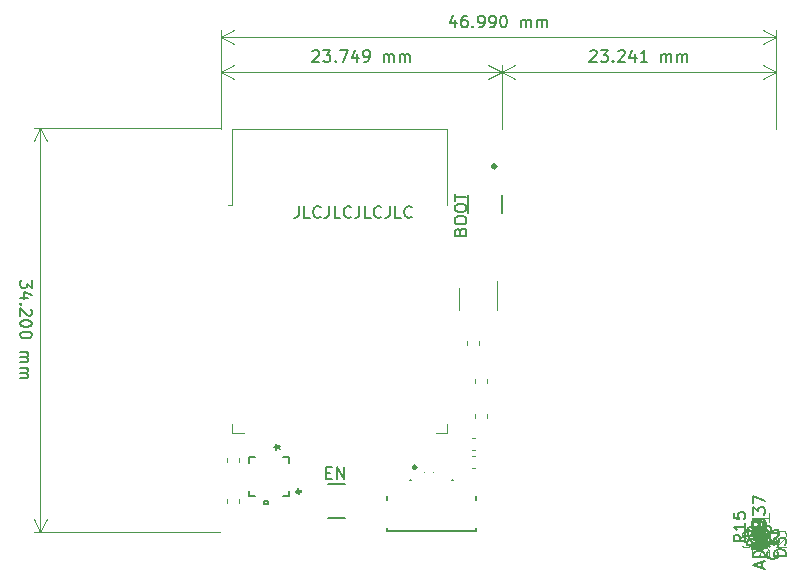
<source format=gbr>
G04 #@! TF.GenerationSoftware,KiCad,Pcbnew,(5.1.7)-1*
G04 #@! TF.CreationDate,2021-01-26T15:50:25-05:00*
G04 #@! TF.ProjectId,SmartWatch V5,536d6172-7457-4617-9463-682056352e6b,rev?*
G04 #@! TF.SameCoordinates,Original*
G04 #@! TF.FileFunction,Legend,Top*
G04 #@! TF.FilePolarity,Positive*
%FSLAX46Y46*%
G04 Gerber Fmt 4.6, Leading zero omitted, Abs format (unit mm)*
G04 Created by KiCad (PCBNEW (5.1.7)-1) date 2021-01-26 15:50:25*
%MOMM*%
%LPD*%
G01*
G04 APERTURE LIST*
%ADD10C,0.150000*%
%ADD11C,0.120000*%
%ADD12C,0.152400*%
%ADD13C,0.300000*%
%ADD14C,0.127000*%
%ADD15C,0.100000*%
%ADD16C,0.015000*%
G04 APERTURE END LIST*
D10*
X88630642Y-59110620D02*
X88678261Y-59063001D01*
X88773500Y-59015381D01*
X89011595Y-59015381D01*
X89106833Y-59063001D01*
X89154452Y-59110620D01*
X89202071Y-59205858D01*
X89202071Y-59301096D01*
X89154452Y-59443953D01*
X88583023Y-60015381D01*
X89202071Y-60015381D01*
X89535404Y-59015381D02*
X90154452Y-59015381D01*
X89821119Y-59396334D01*
X89963976Y-59396334D01*
X90059214Y-59443953D01*
X90106833Y-59491572D01*
X90154452Y-59586810D01*
X90154452Y-59824905D01*
X90106833Y-59920143D01*
X90059214Y-59967762D01*
X89963976Y-60015381D01*
X89678261Y-60015381D01*
X89583023Y-59967762D01*
X89535404Y-59920143D01*
X90583023Y-59920143D02*
X90630642Y-59967762D01*
X90583023Y-60015381D01*
X90535404Y-59967762D01*
X90583023Y-59920143D01*
X90583023Y-60015381D01*
X90963976Y-59015381D02*
X91630642Y-59015381D01*
X91202071Y-60015381D01*
X92440166Y-59348715D02*
X92440166Y-60015381D01*
X92202071Y-58967762D02*
X91963976Y-59682048D01*
X92583023Y-59682048D01*
X93011595Y-60015381D02*
X93202071Y-60015381D01*
X93297309Y-59967762D01*
X93344928Y-59920143D01*
X93440166Y-59777286D01*
X93487785Y-59586810D01*
X93487785Y-59205858D01*
X93440166Y-59110620D01*
X93392547Y-59063001D01*
X93297309Y-59015381D01*
X93106833Y-59015381D01*
X93011595Y-59063001D01*
X92963976Y-59110620D01*
X92916357Y-59205858D01*
X92916357Y-59443953D01*
X92963976Y-59539191D01*
X93011595Y-59586810D01*
X93106833Y-59634429D01*
X93297309Y-59634429D01*
X93392547Y-59586810D01*
X93440166Y-59539191D01*
X93487785Y-59443953D01*
X94678261Y-60015381D02*
X94678261Y-59348715D01*
X94678261Y-59443953D02*
X94725880Y-59396334D01*
X94821119Y-59348715D01*
X94963976Y-59348715D01*
X95059214Y-59396334D01*
X95106833Y-59491572D01*
X95106833Y-60015381D01*
X95106833Y-59491572D02*
X95154452Y-59396334D01*
X95249690Y-59348715D01*
X95392547Y-59348715D01*
X95487785Y-59396334D01*
X95535404Y-59491572D01*
X95535404Y-60015381D01*
X96011595Y-60015381D02*
X96011595Y-59348715D01*
X96011595Y-59443953D02*
X96059214Y-59396334D01*
X96154452Y-59348715D01*
X96297309Y-59348715D01*
X96392547Y-59396334D01*
X96440166Y-59491572D01*
X96440166Y-60015381D01*
X96440166Y-59491572D02*
X96487785Y-59396334D01*
X96583023Y-59348715D01*
X96725880Y-59348715D01*
X96821119Y-59396334D01*
X96868738Y-59491572D01*
X96868738Y-60015381D01*
D11*
X104648000Y-60833001D02*
X80899000Y-60833001D01*
X104648000Y-65659000D02*
X104648000Y-60246580D01*
X80899000Y-65659000D02*
X80899000Y-60246580D01*
X80899000Y-60833001D02*
X82025504Y-60246580D01*
X80899000Y-60833001D02*
X82025504Y-61419422D01*
X104648000Y-60833001D02*
X103521496Y-60246580D01*
X104648000Y-60833001D02*
X103521496Y-61419422D01*
D10*
X112125642Y-59110620D02*
X112173261Y-59063001D01*
X112268500Y-59015381D01*
X112506595Y-59015381D01*
X112601833Y-59063001D01*
X112649452Y-59110620D01*
X112697071Y-59205858D01*
X112697071Y-59301096D01*
X112649452Y-59443953D01*
X112078023Y-60015381D01*
X112697071Y-60015381D01*
X113030404Y-59015381D02*
X113649452Y-59015381D01*
X113316119Y-59396334D01*
X113458976Y-59396334D01*
X113554214Y-59443953D01*
X113601833Y-59491572D01*
X113649452Y-59586810D01*
X113649452Y-59824905D01*
X113601833Y-59920143D01*
X113554214Y-59967762D01*
X113458976Y-60015381D01*
X113173261Y-60015381D01*
X113078023Y-59967762D01*
X113030404Y-59920143D01*
X114078023Y-59920143D02*
X114125642Y-59967762D01*
X114078023Y-60015381D01*
X114030404Y-59967762D01*
X114078023Y-59920143D01*
X114078023Y-60015381D01*
X114506595Y-59110620D02*
X114554214Y-59063001D01*
X114649452Y-59015381D01*
X114887547Y-59015381D01*
X114982785Y-59063001D01*
X115030404Y-59110620D01*
X115078023Y-59205858D01*
X115078023Y-59301096D01*
X115030404Y-59443953D01*
X114458976Y-60015381D01*
X115078023Y-60015381D01*
X115935166Y-59348715D02*
X115935166Y-60015381D01*
X115697071Y-58967762D02*
X115458976Y-59682048D01*
X116078023Y-59682048D01*
X116982785Y-60015381D02*
X116411357Y-60015381D01*
X116697071Y-60015381D02*
X116697071Y-59015381D01*
X116601833Y-59158239D01*
X116506595Y-59253477D01*
X116411357Y-59301096D01*
X118173261Y-60015381D02*
X118173261Y-59348715D01*
X118173261Y-59443953D02*
X118220880Y-59396334D01*
X118316119Y-59348715D01*
X118458976Y-59348715D01*
X118554214Y-59396334D01*
X118601833Y-59491572D01*
X118601833Y-60015381D01*
X118601833Y-59491572D02*
X118649452Y-59396334D01*
X118744690Y-59348715D01*
X118887547Y-59348715D01*
X118982785Y-59396334D01*
X119030404Y-59491572D01*
X119030404Y-60015381D01*
X119506595Y-60015381D02*
X119506595Y-59348715D01*
X119506595Y-59443953D02*
X119554214Y-59396334D01*
X119649452Y-59348715D01*
X119792309Y-59348715D01*
X119887547Y-59396334D01*
X119935166Y-59491572D01*
X119935166Y-60015381D01*
X119935166Y-59491572D02*
X119982785Y-59396334D01*
X120078023Y-59348715D01*
X120220880Y-59348715D01*
X120316119Y-59396334D01*
X120363738Y-59491572D01*
X120363738Y-60015381D01*
D11*
X127889000Y-60833001D02*
X104648000Y-60833001D01*
X127889000Y-65659000D02*
X127889000Y-60246580D01*
X104648000Y-65659000D02*
X104648000Y-60246580D01*
X104648000Y-60833001D02*
X105774504Y-60246580D01*
X104648000Y-60833001D02*
X105774504Y-61419422D01*
X127889000Y-60833001D02*
X126762496Y-60246580D01*
X127889000Y-60833001D02*
X126762496Y-61419422D01*
D10*
X87455952Y-72223380D02*
X87455952Y-72937666D01*
X87408333Y-73080523D01*
X87313095Y-73175761D01*
X87170238Y-73223380D01*
X87075000Y-73223380D01*
X88408333Y-73223380D02*
X87932142Y-73223380D01*
X87932142Y-72223380D01*
X89313095Y-73128142D02*
X89265476Y-73175761D01*
X89122619Y-73223380D01*
X89027380Y-73223380D01*
X88884523Y-73175761D01*
X88789285Y-73080523D01*
X88741666Y-72985285D01*
X88694047Y-72794809D01*
X88694047Y-72651952D01*
X88741666Y-72461476D01*
X88789285Y-72366238D01*
X88884523Y-72271000D01*
X89027380Y-72223380D01*
X89122619Y-72223380D01*
X89265476Y-72271000D01*
X89313095Y-72318619D01*
X90027380Y-72223380D02*
X90027380Y-72937666D01*
X89979761Y-73080523D01*
X89884523Y-73175761D01*
X89741666Y-73223380D01*
X89646428Y-73223380D01*
X90979761Y-73223380D02*
X90503571Y-73223380D01*
X90503571Y-72223380D01*
X91884523Y-73128142D02*
X91836904Y-73175761D01*
X91694047Y-73223380D01*
X91598809Y-73223380D01*
X91455952Y-73175761D01*
X91360714Y-73080523D01*
X91313095Y-72985285D01*
X91265476Y-72794809D01*
X91265476Y-72651952D01*
X91313095Y-72461476D01*
X91360714Y-72366238D01*
X91455952Y-72271000D01*
X91598809Y-72223380D01*
X91694047Y-72223380D01*
X91836904Y-72271000D01*
X91884523Y-72318619D01*
X92598809Y-72223380D02*
X92598809Y-72937666D01*
X92551190Y-73080523D01*
X92455952Y-73175761D01*
X92313095Y-73223380D01*
X92217857Y-73223380D01*
X93551190Y-73223380D02*
X93075000Y-73223380D01*
X93075000Y-72223380D01*
X94455952Y-73128142D02*
X94408333Y-73175761D01*
X94265476Y-73223380D01*
X94170238Y-73223380D01*
X94027380Y-73175761D01*
X93932142Y-73080523D01*
X93884523Y-72985285D01*
X93836904Y-72794809D01*
X93836904Y-72651952D01*
X93884523Y-72461476D01*
X93932142Y-72366238D01*
X94027380Y-72271000D01*
X94170238Y-72223380D01*
X94265476Y-72223380D01*
X94408333Y-72271000D01*
X94455952Y-72318619D01*
X95170238Y-72223380D02*
X95170238Y-72937666D01*
X95122619Y-73080523D01*
X95027380Y-73175761D01*
X94884523Y-73223380D01*
X94789285Y-73223380D01*
X96122619Y-73223380D02*
X95646428Y-73223380D01*
X95646428Y-72223380D01*
X97027380Y-73128142D02*
X96979761Y-73175761D01*
X96836904Y-73223380D01*
X96741666Y-73223380D01*
X96598809Y-73175761D01*
X96503571Y-73080523D01*
X96455952Y-72985285D01*
X96408333Y-72794809D01*
X96408333Y-72651952D01*
X96455952Y-72461476D01*
X96503571Y-72366238D01*
X96598809Y-72271000D01*
X96741666Y-72223380D01*
X96836904Y-72223380D01*
X96979761Y-72271000D01*
X97027380Y-72318619D01*
X101147571Y-74382142D02*
X101195190Y-74239285D01*
X101242809Y-74191666D01*
X101338047Y-74144047D01*
X101480904Y-74144047D01*
X101576142Y-74191666D01*
X101623761Y-74239285D01*
X101671380Y-74334523D01*
X101671380Y-74715476D01*
X100671380Y-74715476D01*
X100671380Y-74382142D01*
X100719000Y-74286904D01*
X100766619Y-74239285D01*
X100861857Y-74191666D01*
X100957095Y-74191666D01*
X101052333Y-74239285D01*
X101099952Y-74286904D01*
X101147571Y-74382142D01*
X101147571Y-74715476D01*
X100671380Y-73525000D02*
X100671380Y-73334523D01*
X100719000Y-73239285D01*
X100814238Y-73144047D01*
X101004714Y-73096428D01*
X101338047Y-73096428D01*
X101528523Y-73144047D01*
X101623761Y-73239285D01*
X101671380Y-73334523D01*
X101671380Y-73525000D01*
X101623761Y-73620238D01*
X101528523Y-73715476D01*
X101338047Y-73763095D01*
X101004714Y-73763095D01*
X100814238Y-73715476D01*
X100719000Y-73620238D01*
X100671380Y-73525000D01*
X100671380Y-72477380D02*
X100671380Y-72286904D01*
X100719000Y-72191666D01*
X100814238Y-72096428D01*
X101004714Y-72048809D01*
X101338047Y-72048809D01*
X101528523Y-72096428D01*
X101623761Y-72191666D01*
X101671380Y-72286904D01*
X101671380Y-72477380D01*
X101623761Y-72572619D01*
X101528523Y-72667857D01*
X101338047Y-72715476D01*
X101004714Y-72715476D01*
X100814238Y-72667857D01*
X100719000Y-72572619D01*
X100671380Y-72477380D01*
X100671380Y-71763095D02*
X100671380Y-71191666D01*
X101671380Y-71477380D02*
X100671380Y-71477380D01*
X89812904Y-94797571D02*
X90146238Y-94797571D01*
X90289095Y-95321380D02*
X89812904Y-95321380D01*
X89812904Y-94321380D01*
X90289095Y-94321380D01*
X90717666Y-95321380D02*
X90717666Y-94321380D01*
X91289095Y-95321380D01*
X91289095Y-94321380D01*
X100727333Y-56427714D02*
X100727333Y-57094380D01*
X100489238Y-56046761D02*
X100251142Y-56761047D01*
X100870190Y-56761047D01*
X101679714Y-56094380D02*
X101489238Y-56094380D01*
X101394000Y-56142000D01*
X101346380Y-56189619D01*
X101251142Y-56332476D01*
X101203523Y-56522952D01*
X101203523Y-56903904D01*
X101251142Y-56999142D01*
X101298761Y-57046761D01*
X101394000Y-57094380D01*
X101584476Y-57094380D01*
X101679714Y-57046761D01*
X101727333Y-56999142D01*
X101774952Y-56903904D01*
X101774952Y-56665809D01*
X101727333Y-56570571D01*
X101679714Y-56522952D01*
X101584476Y-56475333D01*
X101394000Y-56475333D01*
X101298761Y-56522952D01*
X101251142Y-56570571D01*
X101203523Y-56665809D01*
X102203523Y-56999142D02*
X102251142Y-57046761D01*
X102203523Y-57094380D01*
X102155904Y-57046761D01*
X102203523Y-56999142D01*
X102203523Y-57094380D01*
X102727333Y-57094380D02*
X102917809Y-57094380D01*
X103013047Y-57046761D01*
X103060666Y-56999142D01*
X103155904Y-56856285D01*
X103203523Y-56665809D01*
X103203523Y-56284857D01*
X103155904Y-56189619D01*
X103108285Y-56142000D01*
X103013047Y-56094380D01*
X102822571Y-56094380D01*
X102727333Y-56142000D01*
X102679714Y-56189619D01*
X102632095Y-56284857D01*
X102632095Y-56522952D01*
X102679714Y-56618190D01*
X102727333Y-56665809D01*
X102822571Y-56713428D01*
X103013047Y-56713428D01*
X103108285Y-56665809D01*
X103155904Y-56618190D01*
X103203523Y-56522952D01*
X103679714Y-57094380D02*
X103870190Y-57094380D01*
X103965428Y-57046761D01*
X104013047Y-56999142D01*
X104108285Y-56856285D01*
X104155904Y-56665809D01*
X104155904Y-56284857D01*
X104108285Y-56189619D01*
X104060666Y-56142000D01*
X103965428Y-56094380D01*
X103774952Y-56094380D01*
X103679714Y-56142000D01*
X103632095Y-56189619D01*
X103584476Y-56284857D01*
X103584476Y-56522952D01*
X103632095Y-56618190D01*
X103679714Y-56665809D01*
X103774952Y-56713428D01*
X103965428Y-56713428D01*
X104060666Y-56665809D01*
X104108285Y-56618190D01*
X104155904Y-56522952D01*
X104774952Y-56094380D02*
X104870190Y-56094380D01*
X104965428Y-56142000D01*
X105013047Y-56189619D01*
X105060666Y-56284857D01*
X105108285Y-56475333D01*
X105108285Y-56713428D01*
X105060666Y-56903904D01*
X105013047Y-56999142D01*
X104965428Y-57046761D01*
X104870190Y-57094380D01*
X104774952Y-57094380D01*
X104679714Y-57046761D01*
X104632095Y-56999142D01*
X104584476Y-56903904D01*
X104536857Y-56713428D01*
X104536857Y-56475333D01*
X104584476Y-56284857D01*
X104632095Y-56189619D01*
X104679714Y-56142000D01*
X104774952Y-56094380D01*
X106298761Y-57094380D02*
X106298761Y-56427714D01*
X106298761Y-56522952D02*
X106346380Y-56475333D01*
X106441619Y-56427714D01*
X106584476Y-56427714D01*
X106679714Y-56475333D01*
X106727333Y-56570571D01*
X106727333Y-57094380D01*
X106727333Y-56570571D02*
X106774952Y-56475333D01*
X106870190Y-56427714D01*
X107013047Y-56427714D01*
X107108285Y-56475333D01*
X107155904Y-56570571D01*
X107155904Y-57094380D01*
X107632095Y-57094380D02*
X107632095Y-56427714D01*
X107632095Y-56522952D02*
X107679714Y-56475333D01*
X107774952Y-56427714D01*
X107917809Y-56427714D01*
X108013047Y-56475333D01*
X108060666Y-56570571D01*
X108060666Y-57094380D01*
X108060666Y-56570571D02*
X108108285Y-56475333D01*
X108203523Y-56427714D01*
X108346380Y-56427714D01*
X108441619Y-56475333D01*
X108489238Y-56570571D01*
X108489238Y-57094380D01*
D11*
X80899000Y-57912000D02*
X127889000Y-57912000D01*
X80899000Y-65659000D02*
X80899000Y-57325579D01*
X127889000Y-65659000D02*
X127889000Y-57325579D01*
X127889000Y-57912000D02*
X126762496Y-58498421D01*
X127889000Y-57912000D02*
X126762496Y-57325579D01*
X80899000Y-57912000D02*
X82025504Y-58498421D01*
X80899000Y-57912000D02*
X82025504Y-57325579D01*
D10*
X64877620Y-78509523D02*
X64877620Y-79128571D01*
X64496667Y-78795238D01*
X64496667Y-78938095D01*
X64449048Y-79033333D01*
X64401429Y-79080952D01*
X64306191Y-79128571D01*
X64068096Y-79128571D01*
X63972858Y-79080952D01*
X63925239Y-79033333D01*
X63877620Y-78938095D01*
X63877620Y-78652380D01*
X63925239Y-78557142D01*
X63972858Y-78509523D01*
X64544286Y-79985714D02*
X63877620Y-79985714D01*
X64925239Y-79747619D02*
X64210953Y-79509523D01*
X64210953Y-80128571D01*
X63972858Y-80509523D02*
X63925239Y-80557142D01*
X63877620Y-80509523D01*
X63925239Y-80461904D01*
X63972858Y-80509523D01*
X63877620Y-80509523D01*
X64782381Y-80938095D02*
X64830001Y-80985714D01*
X64877620Y-81080952D01*
X64877620Y-81319047D01*
X64830001Y-81414285D01*
X64782381Y-81461904D01*
X64687143Y-81509523D01*
X64591905Y-81509523D01*
X64449048Y-81461904D01*
X63877620Y-80890476D01*
X63877620Y-81509523D01*
X64877620Y-82128571D02*
X64877620Y-82223809D01*
X64830001Y-82319047D01*
X64782381Y-82366666D01*
X64687143Y-82414285D01*
X64496667Y-82461904D01*
X64258572Y-82461904D01*
X64068096Y-82414285D01*
X63972858Y-82366666D01*
X63925239Y-82319047D01*
X63877620Y-82223809D01*
X63877620Y-82128571D01*
X63925239Y-82033333D01*
X63972858Y-81985714D01*
X64068096Y-81938095D01*
X64258572Y-81890476D01*
X64496667Y-81890476D01*
X64687143Y-81938095D01*
X64782381Y-81985714D01*
X64830001Y-82033333D01*
X64877620Y-82128571D01*
X64877620Y-83080952D02*
X64877620Y-83176190D01*
X64830001Y-83271428D01*
X64782381Y-83319047D01*
X64687143Y-83366666D01*
X64496667Y-83414285D01*
X64258572Y-83414285D01*
X64068096Y-83366666D01*
X63972858Y-83319047D01*
X63925239Y-83271428D01*
X63877620Y-83176190D01*
X63877620Y-83080952D01*
X63925239Y-82985714D01*
X63972858Y-82938095D01*
X64068096Y-82890476D01*
X64258572Y-82842857D01*
X64496667Y-82842857D01*
X64687143Y-82890476D01*
X64782381Y-82938095D01*
X64830001Y-82985714D01*
X64877620Y-83080952D01*
X63877620Y-84604761D02*
X64544286Y-84604761D01*
X64449048Y-84604761D02*
X64496667Y-84652380D01*
X64544286Y-84747619D01*
X64544286Y-84890476D01*
X64496667Y-84985714D01*
X64401429Y-85033333D01*
X63877620Y-85033333D01*
X64401429Y-85033333D02*
X64496667Y-85080952D01*
X64544286Y-85176190D01*
X64544286Y-85319047D01*
X64496667Y-85414285D01*
X64401429Y-85461904D01*
X63877620Y-85461904D01*
X63877620Y-85938095D02*
X64544286Y-85938095D01*
X64449048Y-85938095D02*
X64496667Y-85985714D01*
X64544286Y-86080952D01*
X64544286Y-86223809D01*
X64496667Y-86319047D01*
X64401429Y-86366666D01*
X63877620Y-86366666D01*
X64401429Y-86366666D02*
X64496667Y-86414285D01*
X64544286Y-86509523D01*
X64544286Y-86652380D01*
X64496667Y-86747619D01*
X64401429Y-86795238D01*
X63877620Y-86795238D01*
D11*
X65600001Y-65600000D02*
X65600001Y-99800000D01*
X80800000Y-65600000D02*
X65013580Y-65600000D01*
X80800000Y-99800000D02*
X65013580Y-99800000D01*
X65600001Y-99800000D02*
X65013580Y-98673496D01*
X65600001Y-99800000D02*
X66186422Y-98673496D01*
X65600001Y-65600000D02*
X65013580Y-66726504D01*
X65600001Y-65600000D02*
X66186422Y-66726504D01*
X81405000Y-97343279D02*
X81405000Y-97017721D01*
X82425000Y-97343279D02*
X82425000Y-97017721D01*
D12*
X83286600Y-93446600D02*
X83286600Y-93938659D01*
X83286600Y-96799400D02*
X83778659Y-96799400D01*
X86639400Y-96799400D02*
X86639400Y-96307341D01*
X86639400Y-93446600D02*
X86147341Y-93446600D01*
X83778659Y-93446600D02*
X83286600Y-93446600D01*
X83286600Y-96307341D02*
X83286600Y-96799400D01*
X86147341Y-96799400D02*
X86639400Y-96799400D01*
X86639400Y-93938659D02*
X86639400Y-93446600D01*
X84903501Y-97485200D02*
X84522500Y-97485200D01*
X84522500Y-97485200D02*
X84522500Y-97231200D01*
X84522500Y-97231200D02*
X84903501Y-97231200D01*
X84903501Y-97231200D02*
X84903501Y-97485200D01*
D11*
X101072000Y-79194000D02*
X101072000Y-80994000D01*
X104292000Y-80994000D02*
X104292000Y-78544000D01*
D13*
X87597419Y-96392000D02*
G75*
G03*
X87597419Y-96392000I-141419J0D01*
G01*
D14*
X91390000Y-98642000D02*
X89922000Y-98642000D01*
X89922000Y-95742000D02*
X91390000Y-95742000D01*
D13*
X104165919Y-68850500D02*
G75*
G03*
X104165919Y-68850500I-141419J0D01*
G01*
D14*
X101774500Y-72784500D02*
X101774500Y-71316500D01*
X104674500Y-71316500D02*
X104674500Y-72784500D01*
D11*
X82425000Y-93537721D02*
X82425000Y-93863279D01*
X81405000Y-93537721D02*
X81405000Y-93863279D01*
X103380000Y-90180279D02*
X103380000Y-89854721D01*
X102360000Y-90180279D02*
X102360000Y-89854721D01*
X102097721Y-91819000D02*
X102423279Y-91819000D01*
X102097721Y-92839000D02*
X102423279Y-92839000D01*
X102097721Y-93343000D02*
X102423279Y-93343000D01*
X102097721Y-94363000D02*
X102423279Y-94363000D01*
X102360000Y-87183279D02*
X102360000Y-86857721D01*
X103380000Y-87183279D02*
X103380000Y-86857721D01*
D13*
X97389000Y-94331000D02*
G75*
G03*
X97389000Y-94331000I-100000J0D01*
G01*
D14*
X100409000Y-95406000D02*
X100519000Y-95406000D01*
X96859000Y-95406000D02*
X96969000Y-95406000D01*
X102439000Y-99756000D02*
X102439000Y-99481000D01*
X94939000Y-99756000D02*
X102439000Y-99756000D01*
X94939000Y-99481000D02*
X94939000Y-99756000D01*
X102439000Y-96781000D02*
X102439000Y-97131000D01*
X94939000Y-96781000D02*
X94939000Y-97131000D01*
D15*
X98094000Y-94774000D02*
G75*
G03*
X98094000Y-94774000I-50000J0D01*
G01*
X98856000Y-94774000D02*
G75*
G03*
X98856000Y-94774000I-50000J0D01*
G01*
D11*
X102745000Y-83682721D02*
X102745000Y-84008279D01*
X101725000Y-83682721D02*
X101725000Y-84008279D01*
X81821000Y-90634000D02*
X81821000Y-91414000D01*
X81821000Y-91414000D02*
X82821000Y-91414000D01*
X100061000Y-90634000D02*
X100061000Y-91414000D01*
X100061000Y-91414000D02*
X99061000Y-91414000D01*
X81821000Y-65669000D02*
X100061000Y-65669000D01*
X100061000Y-65669000D02*
X100061000Y-72089000D01*
X81821000Y-65669000D02*
X81821000Y-72089000D01*
X81821000Y-72089000D02*
X81441000Y-72089000D01*
D10*
X126849142Y-100623666D02*
X126896761Y-100671285D01*
X126944380Y-100814142D01*
X126944380Y-100909380D01*
X126896761Y-101052238D01*
X126801523Y-101147476D01*
X126706285Y-101195095D01*
X126515809Y-101242714D01*
X126372952Y-101242714D01*
X126182476Y-101195095D01*
X126087238Y-101147476D01*
X125992000Y-101052238D01*
X125944380Y-100909380D01*
X125944380Y-100814142D01*
X125992000Y-100671285D01*
X126039619Y-100623666D01*
X126944380Y-100147476D02*
X126944380Y-99957000D01*
X126896761Y-99861761D01*
X126849142Y-99814142D01*
X126706285Y-99718904D01*
X126515809Y-99671285D01*
X126134857Y-99671285D01*
X126039619Y-99718904D01*
X125992000Y-99766523D01*
X125944380Y-99861761D01*
X125944380Y-100052238D01*
X125992000Y-100147476D01*
X126039619Y-100195095D01*
X126134857Y-100242714D01*
X126372952Y-100242714D01*
X126468190Y-100195095D01*
X126515809Y-100147476D01*
X126563428Y-100052238D01*
X126563428Y-99861761D01*
X126515809Y-99766523D01*
X126468190Y-99718904D01*
X126372952Y-99671285D01*
X126198380Y-101091904D02*
X127007904Y-101091904D01*
X127103142Y-101044285D01*
X127150761Y-100996666D01*
X127198380Y-100901428D01*
X127198380Y-100710952D01*
X127150761Y-100615714D01*
X127103142Y-100568095D01*
X127007904Y-100520476D01*
X126198380Y-100520476D01*
X126626952Y-99901428D02*
X126579333Y-99996666D01*
X126531714Y-100044285D01*
X126436476Y-100091904D01*
X126388857Y-100091904D01*
X126293619Y-100044285D01*
X126246000Y-99996666D01*
X126198380Y-99901428D01*
X126198380Y-99710952D01*
X126246000Y-99615714D01*
X126293619Y-99568095D01*
X126388857Y-99520476D01*
X126436476Y-99520476D01*
X126531714Y-99568095D01*
X126579333Y-99615714D01*
X126626952Y-99710952D01*
X126626952Y-99901428D01*
X126674571Y-99996666D01*
X126722190Y-100044285D01*
X126817428Y-100091904D01*
X127007904Y-100091904D01*
X127103142Y-100044285D01*
X127150761Y-99996666D01*
X127198380Y-99901428D01*
X127198380Y-99710952D01*
X127150761Y-99615714D01*
X127103142Y-99568095D01*
X127007904Y-99520476D01*
X126817428Y-99520476D01*
X126722190Y-99568095D01*
X126674571Y-99615714D01*
X126626952Y-99710952D01*
X126658666Y-102869619D02*
X126658666Y-102393428D01*
X126944380Y-102964857D02*
X125944380Y-102631523D01*
X126944380Y-102298190D01*
X126944380Y-101964857D02*
X125944380Y-101964857D01*
X125944380Y-101726761D01*
X125992000Y-101583904D01*
X126087238Y-101488666D01*
X126182476Y-101441047D01*
X126372952Y-101393428D01*
X126515809Y-101393428D01*
X126706285Y-101441047D01*
X126801523Y-101488666D01*
X126896761Y-101583904D01*
X126944380Y-101726761D01*
X126944380Y-101964857D01*
X125944380Y-101060095D02*
X126944380Y-100393428D01*
X125944380Y-100393428D02*
X126944380Y-101060095D01*
X126944380Y-99536285D02*
X126944380Y-100012476D01*
X125944380Y-100012476D01*
X125944380Y-99298190D02*
X125944380Y-98679142D01*
X126325333Y-99012476D01*
X126325333Y-98869619D01*
X126372952Y-98774380D01*
X126420571Y-98726761D01*
X126515809Y-98679142D01*
X126753904Y-98679142D01*
X126849142Y-98726761D01*
X126896761Y-98774380D01*
X126944380Y-98869619D01*
X126944380Y-99155333D01*
X126896761Y-99250571D01*
X126849142Y-99298190D01*
X125944380Y-98345809D02*
X125944380Y-97726761D01*
X126325333Y-98060095D01*
X126325333Y-97917238D01*
X126372952Y-97822000D01*
X126420571Y-97774380D01*
X126515809Y-97726761D01*
X126753904Y-97726761D01*
X126849142Y-97774380D01*
X126896761Y-97822000D01*
X126944380Y-97917238D01*
X126944380Y-98202952D01*
X126896761Y-98298190D01*
X126849142Y-98345809D01*
X125944380Y-97393428D02*
X125944380Y-96726761D01*
X126944380Y-97155333D01*
X85415380Y-92633800D02*
X85653476Y-92633800D01*
X85558238Y-92871895D02*
X85653476Y-92633800D01*
X85558238Y-92395704D01*
X85843952Y-92776657D02*
X85653476Y-92633800D01*
X85843952Y-92490942D01*
X85415380Y-92633800D02*
X85653476Y-92633800D01*
X85558238Y-92871895D02*
X85653476Y-92633800D01*
X85558238Y-92395704D01*
X85843952Y-92776657D02*
X85653476Y-92633800D01*
X85843952Y-92490942D01*
X126452380Y-100837904D02*
X127261904Y-100837904D01*
X127357142Y-100790285D01*
X127404761Y-100742666D01*
X127452380Y-100647428D01*
X127452380Y-100456952D01*
X127404761Y-100361714D01*
X127357142Y-100314095D01*
X127261904Y-100266476D01*
X126452380Y-100266476D01*
X126452380Y-99314095D02*
X126452380Y-99790285D01*
X126928571Y-99837904D01*
X126880952Y-99790285D01*
X126833333Y-99695047D01*
X126833333Y-99456952D01*
X126880952Y-99361714D01*
X126928571Y-99314095D01*
X127023809Y-99266476D01*
X127261904Y-99266476D01*
X127357142Y-99314095D01*
X127404761Y-99361714D01*
X127452380Y-99456952D01*
X127452380Y-99695047D01*
X127404761Y-99790285D01*
X127357142Y-99837904D01*
D16*
X125004181Y-101024319D02*
X125204411Y-101091063D01*
X125538129Y-101091063D01*
X125671616Y-101024319D01*
X125738360Y-100957576D01*
X125805103Y-100824089D01*
X125805103Y-100690602D01*
X125738360Y-100557115D01*
X125671616Y-100490371D01*
X125538129Y-100423628D01*
X125271155Y-100356884D01*
X125137668Y-100290141D01*
X125070924Y-100223397D01*
X125004181Y-100089910D01*
X125004181Y-99956423D01*
X125070924Y-99822936D01*
X125137668Y-99756193D01*
X125271155Y-99689449D01*
X125604873Y-99689449D01*
X125805103Y-99756193D01*
X126272308Y-99689449D02*
X126606025Y-101091063D01*
X126873000Y-100089910D01*
X127139974Y-101091063D01*
X127473691Y-99689449D01*
X127940896Y-99822936D02*
X128007639Y-99756193D01*
X128141126Y-99689449D01*
X128474844Y-99689449D01*
X128608331Y-99756193D01*
X128675075Y-99822936D01*
X128741818Y-99956423D01*
X128741818Y-100089910D01*
X128675075Y-100290141D01*
X127874152Y-101091063D01*
X128741818Y-101091063D01*
X127186319Y-101944818D02*
X127253063Y-101744588D01*
X127253063Y-101410870D01*
X127186319Y-101277383D01*
X127119576Y-101210639D01*
X126986089Y-101143896D01*
X126852602Y-101143896D01*
X126719115Y-101210639D01*
X126652371Y-101277383D01*
X126585628Y-101410870D01*
X126518884Y-101677844D01*
X126452141Y-101811331D01*
X126385397Y-101878075D01*
X126251910Y-101944818D01*
X126118423Y-101944818D01*
X125984936Y-101878075D01*
X125918193Y-101811331D01*
X125851449Y-101677844D01*
X125851449Y-101344126D01*
X125918193Y-101143896D01*
X125851449Y-100676691D02*
X127253063Y-100342974D01*
X126251910Y-100076000D01*
X127253063Y-99809025D01*
X125851449Y-99475308D01*
X127253063Y-98207181D02*
X127253063Y-99008103D01*
X127253063Y-98607642D02*
X125851449Y-98607642D01*
X126051680Y-98741129D01*
X126185167Y-98874616D01*
X126251910Y-99008103D01*
D10*
X126817380Y-100718857D02*
X126341190Y-101052190D01*
X126817380Y-101290285D02*
X125817380Y-101290285D01*
X125817380Y-100909333D01*
X125865000Y-100814095D01*
X125912619Y-100766476D01*
X126007857Y-100718857D01*
X126150714Y-100718857D01*
X126245952Y-100766476D01*
X126293571Y-100814095D01*
X126341190Y-100909333D01*
X126341190Y-101290285D01*
X126817380Y-99766476D02*
X126817380Y-100337904D01*
X126817380Y-100052190D02*
X125817380Y-100052190D01*
X125960238Y-100147428D01*
X126055476Y-100242666D01*
X126103095Y-100337904D01*
X126817380Y-99290285D02*
X126817380Y-99099809D01*
X126769761Y-99004571D01*
X126722142Y-98956952D01*
X126579285Y-98861714D01*
X126388809Y-98814095D01*
X126007857Y-98814095D01*
X125912619Y-98861714D01*
X125865000Y-98909333D01*
X125817380Y-99004571D01*
X125817380Y-99195047D01*
X125865000Y-99290285D01*
X125912619Y-99337904D01*
X126007857Y-99385523D01*
X126245952Y-99385523D01*
X126341190Y-99337904D01*
X126388809Y-99290285D01*
X126436428Y-99195047D01*
X126436428Y-99004571D01*
X126388809Y-98909333D01*
X126341190Y-98861714D01*
X126245952Y-98814095D01*
X125293380Y-100032857D02*
X124817190Y-100366190D01*
X125293380Y-100604285D02*
X124293380Y-100604285D01*
X124293380Y-100223333D01*
X124341000Y-100128095D01*
X124388619Y-100080476D01*
X124483857Y-100032857D01*
X124626714Y-100032857D01*
X124721952Y-100080476D01*
X124769571Y-100128095D01*
X124817190Y-100223333D01*
X124817190Y-100604285D01*
X125293380Y-99080476D02*
X125293380Y-99651904D01*
X125293380Y-99366190D02*
X124293380Y-99366190D01*
X124436238Y-99461428D01*
X124531476Y-99556666D01*
X124579095Y-99651904D01*
X124293380Y-98175714D02*
X124293380Y-98651904D01*
X124769571Y-98699523D01*
X124721952Y-98651904D01*
X124674333Y-98556666D01*
X124674333Y-98318571D01*
X124721952Y-98223333D01*
X124769571Y-98175714D01*
X124864809Y-98128095D01*
X125102904Y-98128095D01*
X125198142Y-98175714D01*
X125245761Y-98223333D01*
X125293380Y-98318571D01*
X125293380Y-98556666D01*
X125245761Y-98651904D01*
X125198142Y-98699523D01*
X125817333Y-100655380D02*
X125484000Y-100179190D01*
X125245904Y-100655380D02*
X125245904Y-99655380D01*
X125626857Y-99655380D01*
X125722095Y-99703000D01*
X125769714Y-99750619D01*
X125817333Y-99845857D01*
X125817333Y-99988714D01*
X125769714Y-100083952D01*
X125722095Y-100131571D01*
X125626857Y-100179190D01*
X125245904Y-100179190D01*
X126150666Y-99655380D02*
X126769714Y-99655380D01*
X126436380Y-100036333D01*
X126579238Y-100036333D01*
X126674476Y-100083952D01*
X126722095Y-100131571D01*
X126769714Y-100226809D01*
X126769714Y-100464904D01*
X126722095Y-100560142D01*
X126674476Y-100607761D01*
X126579238Y-100655380D01*
X126293523Y-100655380D01*
X126198285Y-100607761D01*
X126150666Y-100560142D01*
X127214333Y-100655380D02*
X126881000Y-100179190D01*
X126642904Y-100655380D02*
X126642904Y-99655380D01*
X127023857Y-99655380D01*
X127119095Y-99703000D01*
X127166714Y-99750619D01*
X127214333Y-99845857D01*
X127214333Y-99988714D01*
X127166714Y-100083952D01*
X127119095Y-100131571D01*
X127023857Y-100179190D01*
X126642904Y-100179190D01*
X127595285Y-99750619D02*
X127642904Y-99703000D01*
X127738142Y-99655380D01*
X127976238Y-99655380D01*
X128071476Y-99703000D01*
X128119095Y-99750619D01*
X128166714Y-99845857D01*
X128166714Y-99941095D01*
X128119095Y-100083952D01*
X127547666Y-100655380D01*
X128166714Y-100655380D01*
X126039619Y-99528333D02*
X126515809Y-99195000D01*
X126039619Y-98956904D02*
X127039619Y-98956904D01*
X127039619Y-99337857D01*
X126992000Y-99433095D01*
X126944380Y-99480714D01*
X126849142Y-99528333D01*
X126706285Y-99528333D01*
X126611047Y-99480714D01*
X126563428Y-99433095D01*
X126515809Y-99337857D01*
X126515809Y-98956904D01*
X126039619Y-100480714D02*
X126039619Y-99909285D01*
X126039619Y-100195000D02*
X127039619Y-100195000D01*
X126896761Y-100099761D01*
X126801523Y-100004523D01*
X126753904Y-99909285D01*
D16*
X126102527Y-99644795D02*
X126102527Y-100207236D01*
X126065031Y-100319724D01*
X125990039Y-100394716D01*
X125877551Y-100432212D01*
X125802559Y-100432212D01*
X126889944Y-100432212D02*
X126439992Y-100432212D01*
X126664968Y-100432212D02*
X126664968Y-99644795D01*
X126589976Y-99757283D01*
X126514984Y-99832275D01*
X126439992Y-99869771D01*
D10*
X128722380Y-101830095D02*
X127722380Y-101830095D01*
X127722380Y-101592000D01*
X127770000Y-101449142D01*
X127865238Y-101353904D01*
X127960476Y-101306285D01*
X128150952Y-101258666D01*
X128293809Y-101258666D01*
X128484285Y-101306285D01*
X128579523Y-101353904D01*
X128674761Y-101449142D01*
X128722380Y-101592000D01*
X128722380Y-101830095D01*
X127722380Y-100925333D02*
X127722380Y-100306285D01*
X128103333Y-100639619D01*
X128103333Y-100496761D01*
X128150952Y-100401523D01*
X128198571Y-100353904D01*
X128293809Y-100306285D01*
X128531904Y-100306285D01*
X128627142Y-100353904D01*
X128674761Y-100401523D01*
X128722380Y-100496761D01*
X128722380Y-100782476D01*
X128674761Y-100877714D01*
X128627142Y-100925333D01*
X126436380Y-100941095D02*
X125436380Y-100941095D01*
X125436380Y-100703000D01*
X125484000Y-100560142D01*
X125579238Y-100464904D01*
X125674476Y-100417285D01*
X125864952Y-100369666D01*
X126007809Y-100369666D01*
X126198285Y-100417285D01*
X126293523Y-100464904D01*
X126388761Y-100560142D01*
X126436380Y-100703000D01*
X126436380Y-100941095D01*
X125531619Y-99988714D02*
X125484000Y-99941095D01*
X125436380Y-99845857D01*
X125436380Y-99607761D01*
X125484000Y-99512523D01*
X125531619Y-99464904D01*
X125626857Y-99417285D01*
X125722095Y-99417285D01*
X125864952Y-99464904D01*
X126436380Y-100036333D01*
X126436380Y-99417285D01*
X127992142Y-101480857D02*
X128039761Y-101528476D01*
X128087380Y-101671333D01*
X128087380Y-101766571D01*
X128039761Y-101909428D01*
X127944523Y-102004666D01*
X127849285Y-102052285D01*
X127658809Y-102099904D01*
X127515952Y-102099904D01*
X127325476Y-102052285D01*
X127230238Y-102004666D01*
X127135000Y-101909428D01*
X127087380Y-101766571D01*
X127087380Y-101671333D01*
X127135000Y-101528476D01*
X127182619Y-101480857D01*
X128087380Y-100528476D02*
X128087380Y-101099904D01*
X128087380Y-100814190D02*
X127087380Y-100814190D01*
X127230238Y-100909428D01*
X127325476Y-101004666D01*
X127373095Y-101099904D01*
X128087380Y-99576095D02*
X128087380Y-100147523D01*
X128087380Y-99861809D02*
X127087380Y-99861809D01*
X127230238Y-99957047D01*
X127325476Y-100052285D01*
X127373095Y-100147523D01*
X125944380Y-100964904D02*
X126753904Y-100964904D01*
X126849142Y-100917285D01*
X126896761Y-100869666D01*
X126944380Y-100774428D01*
X126944380Y-100583952D01*
X126896761Y-100488714D01*
X126849142Y-100441095D01*
X126753904Y-100393476D01*
X125944380Y-100393476D01*
X125944380Y-99488714D02*
X125944380Y-99679190D01*
X125992000Y-99774428D01*
X126039619Y-99822047D01*
X126182476Y-99917285D01*
X126372952Y-99964904D01*
X126753904Y-99964904D01*
X126849142Y-99917285D01*
X126896761Y-99869666D01*
X126944380Y-99774428D01*
X126944380Y-99583952D01*
X126896761Y-99488714D01*
X126849142Y-99441095D01*
X126753904Y-99393476D01*
X126515809Y-99393476D01*
X126420571Y-99441095D01*
X126372952Y-99488714D01*
X126325333Y-99583952D01*
X126325333Y-99774428D01*
X126372952Y-99869666D01*
X126420571Y-99917285D01*
X126515809Y-99964904D01*
M02*

</source>
